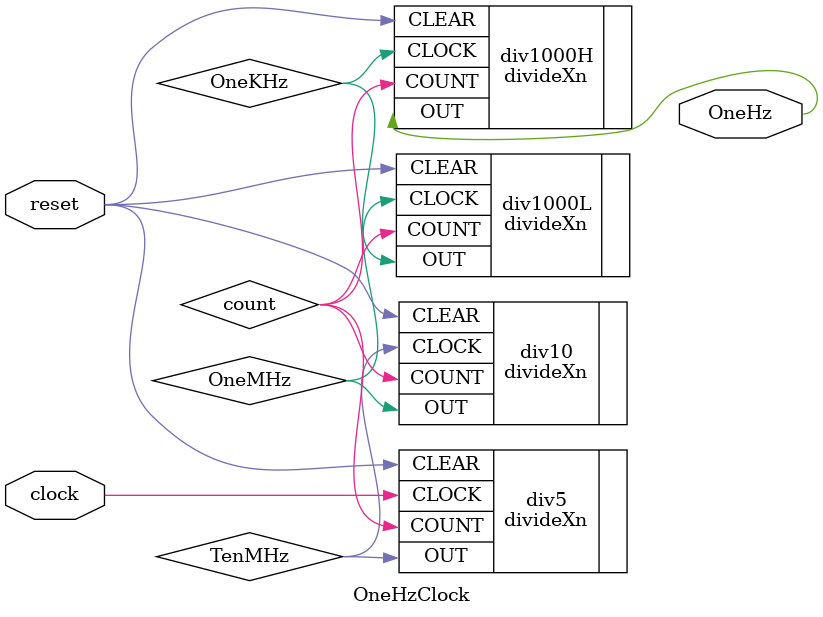
<source format=v>

module OneHzClock (
        input clock, reset,
        output OneHz
    );

    wire TenMHz, OneMHz, OneKHz;
    
    //instantiations
    divideXn #(3'd5, 2'd3) div5 //module divideXn needs to be included only once in the project directory since it’s parameterized
    (
        .CLOCK(clock) , // input 50MHz clock
        .CLEAR(reset) , // input reset
        .OUT(TenMHz) , // output 10-MHz clock
        .COUNT(count) // output [3:0] count bits
    );

    divideXn #(4'd10, 3'd4) div10
    (
        .CLOCK(TenMHz) , // input 10MHz clock
        .CLEAR(reset) , // input reset
        .OUT(OneMHz) , // output 1-MHz clock
        .COUNT(count) // output [3:0] count bits
    );
    
    divideXn #(10'd1000, 4'd10) div1000L
    (
        .CLOCK(OneMHz) , // input 1-MHz clock
        .CLEAR(reset) , // input reset
        .OUT(OneKHz) , // output 1-KHz clock
        .COUNT(count) // output [3:0] count bits
    );
    
    divideXn #(10'd1000, 4'd10) div1000H
    (
        .CLOCK(OneKHz) , // input 1-KHz clock
        .CLEAR(reset) , // input reset
        .OUT(OneHz) , // output 1-Hz clock
        .COUNT(count) // output [3:0] count bits
    );
endmodule
</source>
